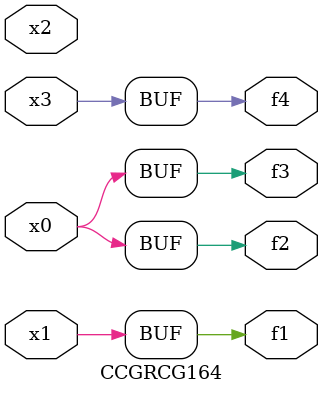
<source format=v>
module CCGRCG164(
	input x0, x1, x2, x3,
	output f1, f2, f3, f4
);
	assign f1 = x1;
	assign f2 = x0;
	assign f3 = x0;
	assign f4 = x3;
endmodule

</source>
